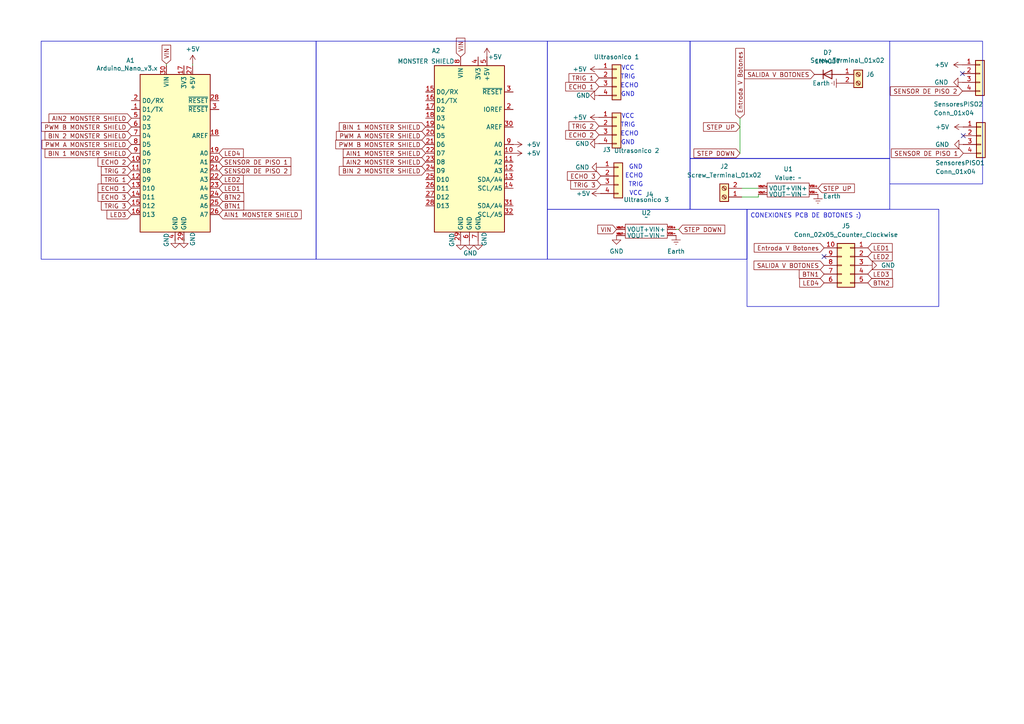
<source format=kicad_sch>
(kicad_sch (version 20231120) (generator "eeschema") (generator_version "8.0")
  (paper "A4")
  (lib_symbols
    (symbol "Conn_01x04_1" (pin_names (offset 1.016) hide)
      (property "Reference" "J" (at 0 5.08 0))
      (property "Value" "Conn_01x04" (at 0 -7.62 0))
      (symbol "Conn_01x04_1_1_1"
        (rectangle (start -1.27 -4.953) (end 0 -5.207) (stroke (width 0.1524)))
        (rectangle (start -1.27 -2.413) (end 0 -2.667) (stroke (width 0.1524)))
        (rectangle (start -1.27 0.127) (end 0 -0.127) (stroke (width 0.1524)))
        (rectangle (start -1.27 2.667) (end 0 2.413) (stroke (width 0.1524)))
        (rectangle (start -1.27 3.81) (end 1.27 -6.35) (stroke (width 0.254)) (fill (type background)))
        (pin passive line (at -5.08 2.54 0) (length 3.81) (name "Pin_1") (number "1"))
        (pin passive line (at -5.08 0 0) (length 3.81) (name "Pin_2") (number "2"))
        (pin passive line (at -5.08 -2.54 0) (length 3.81) (name "Pin_3") (number "3"))
        (pin passive line (at -5.08 -5.08 0) (length 3.81) (name "Pin_4") (number "4"))
      )
    )
    (symbol "Connector:Screw_Terminal_01x02" (pin_names (offset 1.016) hide)
      (property "Reference" "J" (at 0 2.54 0))
      (property "Value" "Screw_Terminal_01x02" (at 0 -5.08 0))
      (symbol "Screw_Terminal_01x02_1_1"
        (rectangle (start -1.27 1.27) (end 1.27 -3.81) (stroke (width 0.254)) (fill (type background)))
        (circle (center 0 -2.54) (radius 0.635) (stroke (width 0.1524)))
        (polyline (pts (xy -0.5334 -2.2098) (xy 0.3302 -3.048)) (stroke (width 0.1524)))
        (polyline (pts (xy -0.5334 0.3302) (xy 0.3302 -0.508)) (stroke (width 0.1524)))
        (polyline (pts (xy -0.3556 -2.032) (xy 0.508 -2.8702)) (stroke (width 0.1524)))
        (polyline (pts (xy -0.3556 0.508) (xy 0.508 -0.3302)) (stroke (width 0.1524)))
        (circle (center 0 0) (radius 0.635) (stroke (width 0.1524)))
        (pin passive line (at -5.08 0 0) (length 3.81) (name "Pin_1") (number "1"))
        (pin passive line (at -5.08 -2.54 0) (length 3.81) (name "Pin_2") (number "2"))
      )
    )
    (symbol "Connector_Generic:Conn_01x04" (pin_names (offset 1.016) hide)
      (property "Reference" "J1" (at -1.016 5.08 0))
      (property "Value" "Ultrasonico" (at -5.842 -7.62 0))
      (symbol "Conn_01x04_1_1"
        (rectangle (start -1.27 -4.953) (end 0 -5.207) (stroke (width 0.1524)))
        (rectangle (start -1.27 -2.413) (end 0 -2.667) (stroke (width 0.1524)))
        (rectangle (start -1.27 0.127) (end 0 -0.127) (stroke (width 0.1524)))
        (rectangle (start -1.27 2.667) (end 0 2.413) (stroke (width 0.1524)))
        (rectangle (start -1.27 3.81) (end 1.27 -6.35) (stroke (width 0.254)) (fill (type background)))
        (pin passive line (at -5.08 2.54 0) (length 3.81) (name "Pin_1") (number "1"))
        (pin passive line (at -5.08 0 0) (length 3.81) (name "Pin_2") (number "2"))
        (pin passive line (at -5.08 -2.54 0) (length 3.81) (name "Pin_3") (number "3"))
        (pin passive line (at -5.08 -5.08 0) (length 3.81) (name "Pin_4") (number "4"))
      )
    )
    (symbol "Connector_Generic:Conn_02x05_Counter_Clockwise" (pin_names (offset 1.016) hide)
      (property "Reference" "J" (at 1.27 7.62 0))
      (property "Value" "Conn_02x05_Counter_Clockwise" (at 1.27 -7.62 0))
      (symbol "Conn_02x05_Counter_Clockwise_1_1"
        (rectangle (start -1.27 -4.953) (end 0 -5.207) (stroke (width 0.1524)))
        (rectangle (start -1.27 -2.413) (end 0 -2.667) (stroke (width 0.1524)))
        (rectangle (start -1.27 0.127) (end 0 -0.127) (stroke (width 0.1524)))
        (rectangle (start -1.27 2.667) (end 0 2.413) (stroke (width 0.1524)))
        (rectangle (start -1.27 5.207) (end 0 4.953) (stroke (width 0.1524)))
        (rectangle (start -1.27 6.35) (end 3.81 -6.35) (stroke (width 0.254)) (fill (type background)))
        (rectangle (start 3.81 -4.953) (end 2.54 -5.207) (stroke (width 0.1524)))
        (rectangle (start 3.81 -2.413) (end 2.54 -2.667) (stroke (width 0.1524)))
        (rectangle (start 3.81 0.127) (end 2.54 -0.127) (stroke (width 0.1524)))
        (rectangle (start 3.81 2.667) (end 2.54 2.413) (stroke (width 0.1524)))
        (rectangle (start 3.81 5.207) (end 2.54 4.953) (stroke (width 0.1524)))
        (pin passive line (at -5.08 5.08 0) (length 3.81) (name "Pin_1") (number "1"))
        (pin passive line (at 7.62 5.08 180) (length 3.81) (name "Pin_10") (number "10"))
        (pin passive line (at -5.08 2.54 0) (length 3.81) (name "Pin_2") (number "2"))
        (pin passive line (at -5.08 0 0) (length 3.81) (name "Pin_3") (number "3"))
        (pin passive line (at -5.08 -2.54 0) (length 3.81) (name "Pin_4") (number "4"))
        (pin passive line (at -5.08 -5.08 0) (length 3.81) (name "Pin_5") (number "5"))
        (pin passive line (at 7.62 -5.08 180) (length 3.81) (name "Pin_6") (number "6"))
        (pin passive line (at 7.62 -2.54 180) (length 3.81) (name "Pin_7") (number "7"))
        (pin passive line (at 7.62 0 180) (length 3.81) (name "Pin_8") (number "8"))
        (pin passive line (at 7.62 2.54 180) (length 3.81) (name "Pin_9") (number "9"))
      )
    )
    (symbol "Diode:1N4007" (pin_numbers hide) (pin_names hide)
      (property "Reference" "D" (at 0 2.54 0))
      (property "Value" "1N4007" (at 0 -2.54 0))
      (symbol "1N4007_0_1"
        (polyline (pts (xy -1.27 1.27) (xy -1.27 -1.27)) (stroke (width 0.254)))
        (polyline (pts (xy 1.27 0) (xy -1.27 0)))
        (polyline (pts (xy 1.27 1.27) (xy 1.27 -1.27) (xy -1.27 0) (xy 1.27 1.27)) (stroke (width 0.254)))
      )
      (symbol "1N4007_1_1"
        (pin passive line (at -3.81 0 0) (length 2.54) (name "K") (number "1"))
        (pin passive line (at 3.81 0 180) (length 2.54) (name "A") (number "2"))
      )
    )
    (symbol "MCU_Module:Arduino_Nano_v3.x"
      (property "Reference" "A" (at -10.16 23.495 0))
      (property "Value" "Arduino_Nano_v3.x" (at 5.08 -24.13 0))
      (symbol "Arduino_Nano_v3.x_0_1"
        (rectangle (start -10.16 22.86) (end 10.16 -22.86) (stroke (width 0.254)) (fill (type background)))
      )
      (symbol "Arduino_Nano_v3.x_1_1"
        (pin bidirectional line (at -12.7 12.7 0) (length 2.54) (name "D1/TX") (number "1"))
        (pin bidirectional line (at -12.7 -2.54 0) (length 2.54) (name "D7") (number "10"))
        (pin bidirectional line (at -12.7 -5.08 0) (length 2.54) (name "D8") (number "11"))
        (pin bidirectional line (at -12.7 -7.62 0) (length 2.54) (name "D9") (number "12"))
        (pin bidirectional line (at -12.7 -10.16 0) (length 2.54) (name "D10") (number "13"))
        (pin bidirectional line (at -12.7 -12.7 0) (length 2.54) (name "D11") (number "14"))
        (pin bidirectional line (at -12.7 -15.24 0) (length 2.54) (name "D12") (number "15"))
        (pin bidirectional line (at -12.7 -17.78 0) (length 2.54) (name "D13") (number "16"))
        (pin power_out line (at 2.54 25.4 270) (length 2.54) (name "3V3") (number "17"))
        (pin input line (at 12.7 5.08 180) (length 2.54) (name "AREF") (number "18"))
        (pin bidirectional line (at 12.7 0 180) (length 2.54) (name "A0") (number "19"))
        (pin bidirectional line (at -12.7 15.24 0) (length 2.54) (name "D0/RX") (number "2"))
        (pin bidirectional line (at 12.7 -2.54 180) (length 2.54) (name "A1") (number "20"))
        (pin bidirectional line (at 12.7 -5.08 180) (length 2.54) (name "A2") (number "21"))
        (pin bidirectional line (at 12.7 -7.62 180) (length 2.54) (name "A3") (number "22"))
        (pin bidirectional line (at 12.7 -10.16 180) (length 2.54) (name "A4") (number "23"))
        (pin bidirectional line (at 12.7 -12.7 180) (length 2.54) (name "A5") (number "24"))
        (pin bidirectional line (at 12.7 -15.24 180) (length 2.54) (name "A6") (number "25"))
        (pin bidirectional line (at 12.7 -17.78 180) (length 2.54) (name "A7") (number "26"))
        (pin power_out line (at 5.08 25.4 270) (length 2.54) (name "+5V") (number "27"))
        (pin input line (at 12.7 15.24 180) (length 2.54) (name "~{RESET}") (number "28"))
        (pin power_in line (at 2.54 -25.4 90) (length 2.54) (name "GND") (number "29"))
        (pin input line (at 12.7 12.7 180) (length 2.54) (name "~{RESET}") (number "3"))
        (pin power_in line (at -2.54 25.4 270) (length 2.54) (name "VIN") (number "30"))
        (pin power_in line (at 0 -25.4 90) (length 2.54) (name "GND") (number "4"))
        (pin bidirectional line (at -12.7 10.16 0) (length 2.54) (name "D2") (number "5"))
        (pin bidirectional line (at -12.7 7.62 0) (length 2.54) (name "D3") (number "6"))
        (pin bidirectional line (at -12.7 5.08 0) (length 2.54) (name "D4") (number "7"))
        (pin bidirectional line (at -12.7 2.54 0) (length 2.54) (name "D5") (number "8"))
        (pin bidirectional line (at -12.7 0 0) (length 2.54) (name "D6") (number "9"))
      )
    )
    (symbol "MCU_Module:Arduino_UNO_R3"
      (property "Reference" "A" (at -10.16 23.495 0))
      (property "Value" "Arduino_UNO_R3" (at 5.08 -26.67 0))
      (symbol "Arduino_UNO_R3_0_1"
        (rectangle (start -10.16 22.86) (end 10.16 -25.4) (stroke (width 0.254)) (fill (type background)))
      )
      (symbol "Arduino_UNO_R3_1_1"
        (pin no_connect line (at -10.16 -20.32 0) (length 2.54) hide (name "NC") (number "1"))
        (pin bidirectional line (at 12.7 -2.54 180) (length 2.54) (name "A1") (number "10"))
        (pin bidirectional line (at 12.7 -5.08 180) (length 2.54) (name "A2") (number "11"))
        (pin bidirectional line (at 12.7 -7.62 180) (length 2.54) (name "A3") (number "12"))
        (pin bidirectional line (at 12.7 -10.16 180) (length 2.54) (name "SDA/A4") (number "13"))
        (pin bidirectional line (at 12.7 -12.7 180) (length 2.54) (name "SCL/A5") (number "14"))
        (pin bidirectional line (at -12.7 15.24 0) (length 2.54) (name "D0/RX") (number "15"))
        (pin bidirectional line (at -12.7 12.7 0) (length 2.54) (name "D1/TX") (number "16"))
        (pin bidirectional line (at -12.7 10.16 0) (length 2.54) (name "D2") (number "17"))
        (pin bidirectional line (at -12.7 7.62 0) (length 2.54) (name "D3") (number "18"))
        (pin bidirectional line (at -12.7 5.08 0) (length 2.54) (name "D4") (number "19"))
        (pin output line (at 12.7 10.16 180) (length 2.54) (name "IOREF") (number "2"))
        (pin bidirectional line (at -12.7 2.54 0) (length 2.54) (name "D5") (number "20"))
        (pin bidirectional line (at -12.7 0 0) (length 2.54) (name "D6") (number "21"))
        (pin bidirectional line (at -12.7 -2.54 0) (length 2.54) (name "D7") (number "22"))
        (pin bidirectional line (at -12.7 -5.08 0) (length 2.54) (name "D8") (number "23"))
        (pin bidirectional line (at -12.7 -7.62 0) (length 2.54) (name "D9") (number "24"))
        (pin bidirectional line (at -12.7 -10.16 0) (length 2.54) (name "D10") (number "25"))
        (pin bidirectional line (at -12.7 -12.7 0) (length 2.54) (name "D11") (number "26"))
        (pin bidirectional line (at -12.7 -15.24 0) (length 2.54) (name "D12") (number "27"))
        (pin bidirectional line (at -12.7 -17.78 0) (length 2.54) (name "D13") (number "28"))
        (pin power_in line (at -2.54 -27.94 90) (length 2.54) (name "GND") (number "29"))
        (pin input line (at 12.7 15.24 180) (length 2.54) (name "~{RESET}") (number "3"))
        (pin input line (at 12.7 5.08 180) (length 2.54) (name "AREF") (number "30"))
        (pin bidirectional line (at 12.7 -17.78 180) (length 2.54) (name "SDA/A4") (number "31"))
        (pin bidirectional line (at 12.7 -20.32 180) (length 2.54) (name "SCL/A5") (number "32"))
        (pin power_out line (at 2.54 25.4 270) (length 2.54) (name "3V3") (number "4"))
        (pin power_out line (at 5.08 25.4 270) (length 2.54) (name "+5V") (number "5"))
        (pin power_in line (at 0 -27.94 90) (length 2.54) (name "GND") (number "6"))
        (pin power_in line (at 2.54 -27.94 90) (length 2.54) (name "GND") (number "7"))
        (pin power_in line (at -2.54 25.4 270) (length 2.54) (name "VIN") (number "8"))
        (pin bidirectional line (at 12.7 0 180) (length 2.54) (name "A0") (number "9"))
      )
    )
    (symbol "Mt3608:LM2596"
      (property "Reference" "U" (at 0 3.81 0))
      (symbol "LM2596_0_1"
        (rectangle (start -6.096 2.794) (end 6.096 -1.27))
      )
      (symbol "LM2596_1_1"
        (pin input line (at 8.636 1.27 180) (length 2.54) (name "VIN+") (number "VIN+"))
        (pin input line (at 8.636 -0.508 180) (length 2.54) (name "VIN-") (number "VIN-"))
        (pin input line (at -8.636 1.27 0) (length 2.54) (name "VOUT+") (number "VOUT+"))
        (pin input line (at -8.636 -0.508 0) (length 2.54) (name "VOUT-") (number "VOUT-"))
      )
    )
    (symbol "Mt3608:mt3608"
      (property "Reference" "U" (at 0 0 0))
      (symbol "mt3608_0_1"
        (rectangle (start -5.08 -1.016) (end 7.112 -5.08))
      )
      (symbol "mt3608_1_1"
        (pin input line (at 9.652 -2.54 180) (length 2.54) (name "VIN+") (number "VIN+"))
        (pin input line (at 9.652 -4.318 180) (length 2.54) (name "VIN-") (number "VIN-"))
        (pin input line (at -7.62 -2.54 0) (length 2.54) (name "VOUT+") (number "VOUT+"))
        (pin input line (at -7.62 -4.318 0) (length 2.54) (name "VOUT-") (number "VOUT-"))
      )
    )
    (symbol "power:+5V" (power) (pin_numbers hide) (pin_names (offset 0) hide)
      (property "Value" "+5V" (at 0 3.556 0))
      (symbol "+5V_0_1"
        (polyline (pts (xy -0.762 1.27) (xy 0 2.54)))
        (polyline (pts (xy 0 0) (xy 0 2.54)))
        (polyline (pts (xy 0 2.54) (xy 0.762 1.27)))
      )
      (symbol "+5V_1_1"
        (pin power_in line (at 0 0 90) (length 0) (name "~") (number "1"))
      )
    )
    (symbol "power:Earth" (power) (pin_numbers hide) (pin_names (offset 0) hide)
      (property "Value" "Earth" (at 0 -3.81 0))
      (symbol "Earth_0_1"
        (polyline (pts (xy -0.635 -1.905) (xy 0.635 -1.905)))
        (polyline (pts (xy -0.127 -2.54) (xy 0.127 -2.54)))
        (polyline (pts (xy 0 -1.27) (xy 0 0)))
        (polyline (pts (xy 1.27 -1.27) (xy -1.27 -1.27)))
      )
      (symbol "Earth_1_1"
        (pin power_in line (at 0 0 270) (length 0) (name "~") (number "1"))
      )
    )
    (symbol "power:GND" (power) (pin_numbers hide) (pin_names (offset 0) hide)
      (property "Value" "GND" (at 0 -3.81 0))
      (symbol "GND_0_1"
        (polyline (pts (xy 0 0) (xy 0 -1.27) (xy 1.27 -1.27) (xy 0 -2.54) (xy -1.27 -1.27) (xy 0 -1.27)))
      )
      (symbol "GND_1_1"
        (pin power_in line (at 0 0 270) (length 0) (name "~") (number "1"))
      )
    )
  )
  (no_connect (at 239.014 74.422))
  (no_connect (at 279.146 21.336))
  (no_connect (at 279.4 39.37))
  (wire (pts (xy 219.964 56.388) (xy 219.964 57.15)))
  (wire (pts (xy 50.8 69.85) (xy 50.8 69.342)))
  (wire (pts (xy 196.85 66.548) (xy 196.088 66.548)))
  (wire (pts (xy 219.964 57.15) (xy 215.138 57.15)))
  (wire (pts (xy 55.88 19.05) (xy 55.88 18.542)))
  (wire (pts (xy 214.63 34.29) (xy 214.63 44.45)))
  (wire (pts (xy 53.34 69.85) (xy 53.34 69.342)))
  (wire (pts (xy 215.138 54.61) (xy 219.964 54.61)))
  (wire (pts (xy 48.26 19.05) (xy 48.26 18.542)))
  (rectangle (start 200.152 45.974) (end 258.064 60.706))
  (rectangle (start 11.938 11.938) (end 91.694 75.184))
  (rectangle (start 91.694 11.938) (end 158.75 75.184))
  (rectangle (start 200.152 11.938) (end 258.064 45.974))
  (rectangle (start 158.75 60.706) (end 216.662 75.184))
  (rectangle (start 258.064 11.938) (end 284.988 53.34))
  (rectangle (start 158.75 11.938) (end 200.152 60.706))
  (text_box "CONEXIONES PCB DE BOTONES :)" (at 216.662 60.706 0) (size 55.626 28.194) (effects (font (size 1.27 1.27)) (justify left top)))
  (text "ECHO" (at 183.896 51.054 0) (effects (font (size 1.27 1.27))))
  (text "TRIG" (at 182.118 22.352 0) (effects (font (size 1.27 1.27))))
  (text "GND" (at 184.404 48.514 0) (effects (font (size 1.27 1.27))))
  (text "VCC\n" (at 182.118 19.812 0) (effects (font (size 1.27 1.27))))
  (text "VCC\n" (at 184.404 56.134 0) (effects (font (size 1.27 1.27))))
  (text "TRIG" (at 182.118 36.322 0) (effects (font (size 1.27 1.27))))
  (text "ECHO" (at 182.626 38.862 0) (effects (font (size 1.27 1.27))))
  (text "TRIG" (at 184.404 53.594 0) (effects (font (size 1.27 1.27))))
  (text "ECHO" (at 182.626 24.892 0) (effects (font (size 1.27 1.27))))
  (text "GND" (at 182.118 27.432 0) (effects (font (size 1.27 1.27))))
  (text "VCC\n" (at 182.118 33.782 0) (effects (font (size 1.27 1.27))))
  (text "GND" (at 182.118 41.402 0) (effects (font (size 1.27 1.27))))
  (global_label "TRIG 3" (shape input) (at 174.244 53.594 180) (property "Intersheetrefs" "${INTERSHEET_REFS}" (effects (hide yes))))
  (global_label "LED4" (shape input) (at 63.5 44.45 0) (property "Intersheetrefs" "${INTERSHEET_REFS}" (effects (hide yes))))
  (global_label "SENSOR DE PISO 1" (shape input) (at 63.5 46.99 0) (property "Intersheetrefs" "${INTERSHEET_REFS}" (effects (hide yes))))
  (global_label "Entroda V Botones" (shape input) (at 214.63 34.29 90) (property "Intersheetrefs" "${INTERSHEET_REFS}" (effects (hide yes))))
  (global_label "TRIG 3" (shape input) (at 38.1 59.69 180) (property "Intersheetrefs" "${INTERSHEET_REFS}" (effects (hide yes))))
  (global_label "ECHO 1" (shape input) (at 173.736 25.146 180) (property "Intersheetrefs" "${INTERSHEET_REFS}" (effects (hide yes))))
  (global_label "BIN 1 MONSTER SHIELD" (shape input) (at 123.444 36.83 180) (property "Intersheetrefs" "${INTERSHEET_REFS}" (effects (hide yes))))
  (global_label "BIN 2 MONSTER SHIELD" (shape input) (at 38.1 39.37 180) (property "Intersheetrefs" "${INTERSHEET_REFS}" (effects (hide yes))))
  (global_label "ECHO 2" (shape input) (at 38.1 46.99 180) (property "Intersheetrefs" "${INTERSHEET_REFS}" (effects (hide yes))))
  (global_label "SENSOR DE PISO 2" (shape input) (at 63.5 49.53 0) (property "Intersheetrefs" "${INTERSHEET_REFS}" (effects (hide yes))))
  (global_label "LED2" (shape input) (at 63.5 52.07 0) (property "Intersheetrefs" "${INTERSHEET_REFS}" (effects (hide yes))))
  (global_label "VIN" (shape input) (at 48.26 18.542 90) (property "Intersheetrefs" "${INTERSHEET_REFS}" (effects (hide yes))))
  (global_label "STEP DOWN" (shape input) (at 214.63 44.45 180) (property "Intersheetrefs" "${INTERSHEET_REFS}" (effects (hide yes))))
  (global_label "Entroda V Botones" (shape input) (at 239.014 71.882 180) (property "Intersheetrefs" "${INTERSHEET_REFS}" (effects (hide yes))))
  (global_label "SENSOR DE PISO 1" (shape input) (at 279.4 44.45 180) (property "Intersheetrefs" "${INTERSHEET_REFS}" (effects (hide yes))))
  (global_label "VIN" (shape input) (at 178.816 66.548 180) (property "Intersheetrefs" "${INTERSHEET_REFS}" (effects (hide yes))))
  (global_label "PWM B MONSTER SHIELD" (shape input) (at 38.1 36.83 180) (property "Intersheetrefs" "${INTERSHEET_REFS}" (effects (hide yes))))
  (global_label "BTN2" (shape input) (at 251.714 82.042 0) (property "Intersheetrefs" "${INTERSHEET_REFS}" (effects (hide yes))))
  (global_label "PWM A MONSTER SHIELD" (shape input) (at 123.444 39.37 180) (property "Intersheetrefs" "${INTERSHEET_REFS}" (effects (hide yes))))
  (global_label "ECHO 3" (shape input) (at 174.244 51.054 180) (property "Intersheetrefs" "${INTERSHEET_REFS}" (effects (hide yes))))
  (global_label "LED4" (shape input) (at 239.014 82.042 180) (property "Intersheetrefs" "${INTERSHEET_REFS}" (effects (hide yes))))
  (global_label "SENSOR DE PISO 2" (shape input) (at 279.146 26.416 180) (property "Intersheetrefs" "${INTERSHEET_REFS}" (effects (hide yes))))
  (global_label "SALIDA V BOTONES" (shape input) (at 239.014 76.962 180) (property "Intersheetrefs" "${INTERSHEET_REFS}" (effects (hide yes))))
  (global_label "TRIG 1" (shape input) (at 173.736 22.606 180) (property "Intersheetrefs" "${INTERSHEET_REFS}" (effects (hide yes))))
  (global_label "ECHO 1" (shape input) (at 38.1 54.61 180) (property "Intersheetrefs" "${INTERSHEET_REFS}" (effects (hide yes))))
  (global_label "LED2" (shape input) (at 251.714 74.422 0) (property "Intersheetrefs" "${INTERSHEET_REFS}" (effects (hide yes))))
  (global_label "LED1" (shape input) (at 251.714 71.882 0) (property "Intersheetrefs" "${INTERSHEET_REFS}" (effects (hide yes))))
  (global_label "LED3" (shape input) (at 38.1 62.23 180) (property "Intersheetrefs" "${INTERSHEET_REFS}" (effects (hide yes))))
  (global_label "ECHO 2" (shape input) (at 173.736 39.116 180) (property "Intersheetrefs" "${INTERSHEET_REFS}" (effects (hide yes))))
  (global_label "STEP UP" (shape input) (at 214.63 36.83 180) (property "Intersheetrefs" "${INTERSHEET_REFS}" (effects (hide yes))))
  (global_label "LED3" (shape input) (at 251.714 79.502 0) (property "Intersheetrefs" "${INTERSHEET_REFS}" (effects (hide yes))))
  (global_label "TRIG 2" (shape input) (at 38.1 49.53 180) (property "Intersheetrefs" "${INTERSHEET_REFS}" (effects (hide yes))))
  (global_label "PWM B MONSTER SHIELD" (shape input) (at 123.444 41.91 180) (property "Intersheetrefs" "${INTERSHEET_REFS}" (effects (hide yes))))
  (global_label "TRIG 1" (shape input) (at 38.1 52.07 180) (property "Intersheetrefs" "${INTERSHEET_REFS}" (effects (hide yes))))
  (global_label "BTN2" (shape input) (at 63.5 57.15 0) (property "Intersheetrefs" "${INTERSHEET_REFS}" (effects (hide yes))))
  (global_label "TRIG 2" (shape input) (at 173.736 36.576 180) (property "Intersheetrefs" "${INTERSHEET_REFS}" (effects (hide yes))))
  (global_label "AIN1 MONSTER SHIELD" (shape input) (at 123.444 44.45 180) (property "Intersheetrefs" "${INTERSHEET_REFS}" (effects (hide yes))))
  (global_label "SALIDA V BOTONES" (shape input) (at 236.22 21.59 180) (property "Intersheetrefs" "${INTERSHEET_REFS}" (effects (hide yes))))
  (global_label "VIN" (shape input) (at 133.604 16.51 90) (property "Intersheetrefs" "${INTERSHEET_REFS}" (effects (hide yes))))
  (global_label "STEP DOWN" (shape input) (at 196.85 66.548 0) (property "Intersheetrefs" "${INTERSHEET_REFS}" (effects (hide yes))))
  (global_label "STEP UP" (shape input) (at 237.236 54.61 0) (property "Intersheetrefs" "${INTERSHEET_REFS}" (effects (hide yes))))
  (global_label "BTN1" (shape input) (at 63.5 59.69 0) (property "Intersheetrefs" "${INTERSHEET_REFS}" (effects (hide yes))))
  (global_label "BIN 1 MONSTER SHIELD" (shape input) (at 38.1 44.45 180) (property "Intersheetrefs" "${INTERSHEET_REFS}" (effects (hide yes))))
  (global_label "PWM A MONSTER SHIELD" (shape input) (at 38.1 41.91 180) (property "Intersheetrefs" "${INTERSHEET_REFS}" (effects (hide yes))))
  (global_label "BTN1" (shape input) (at 239.014 79.502 180) (property "Intersheetrefs" "${INTERSHEET_REFS}" (effects (hide yes))))
  (global_label "AIN1 MONSTER SHIELD" (shape input) (at 63.5 62.23 0) (property "Intersheetrefs" "${INTERSHEET_REFS}" (effects (hide yes))))
  (global_label "AIN2 MONSTER SHIELD" (shape input) (at 123.444 46.99 180) (property "Intersheetrefs" "${INTERSHEET_REFS}" (effects (hide yes))))
  (global_label "BIN 2 MONSTER SHIELD" (shape input) (at 123.444 49.53 180) (property "Intersheetrefs" "${INTERSHEET_REFS}" (effects (hide yes))))
  (global_label "ECHO 3" (shape input) (at 38.1 57.15 180) (property "Intersheetrefs" "${INTERSHEET_REFS}" (effects (hide yes))))
  (global_label "LED1" (shape input) (at 63.5 54.61 0) (property "Intersheetrefs" "${INTERSHEET_REFS}" (effects (hide yes))))
  (global_label "AIN2 MONSTER SHIELD" (shape input) (at 38.1 34.29 180) (property "Intersheetrefs" "${INTERSHEET_REFS}" (effects (hide yes))))
  (symbol (lib_id "Connector_Generic:Conn_01x04") (at 178.816 22.606 0) (unit 1)
    (property "Reference" "J1" (at 63.5 -10.16 0))
    (property "Value" "Ultrasonico 1" (at 178.816 16.51 0))
    (property "Footprint" "Connector_PinHeader_2.54mm:PinHeader_1x04_P2.54mm_Vertical" (effects (hide yes)))
    (property "Description" "Generic connector, single row, 01x04, script generated (kicad-library-utils/schlib/autogen/connector/)" (effects (hide yes)))
  )
  (symbol (lib_id "power:GND") (at 251.714 76.962 90) (unit 1)
    (property "Reference" "#PWR01" (effects (hide yes)))
    (property "Value" "GND" (at 255.524 76.9619 90) (effects (justify right)))
    (property "Description" "Power symbol creates a global label with name \"GND\" , ground" (effects (hide yes)))
  )
  (symbol (lib_id "power:Earth") (at 243.84 24.13 270) (unit 1)
    (property "Reference" "#PWR02" (effects (hide yes)))
    (property "Value" "Earth" (at 240.792 24.13 90) (effects (justify right)))
    (property "Description" "Power symbol creates a global label with name \"Earth\"" (effects (hide yes)))
  )
  (symbol (lib_id "power:+5V") (at 55.88 18.542 0) (unit 1)
    (property "Reference" "#PWR05" (effects (hide yes)))
    (property "Value" "+5V" (at 55.88 14.224 0))
    (property "Description" "Power symbol creates a global label with name \"+5V\"" (effects (hide yes)))
  )
  (symbol (lib_id "power:GND") (at 279.146 23.876 270) (unit 1)
    (property "Reference" "#PWR028" (effects (hide yes)))
    (property "Value" "GND" (at 275.082 23.8759 90) (effects (justify right)))
    (property "Description" "Power symbol creates a global label with name \"GND\" , ground" (effects (hide yes)))
  )
  (symbol (lib_id "Diode:1N4007") (at 240.03 21.59 0) (unit 1)
    (property "Reference" "D?" (at 240.03 15.24 0))
    (property "Value" "1N4007" (at 240.03 17.78 0))
    (property "Footprint" "Diode_THT:D_DO-41_SOD81_P10.16mm_Horizontal" (effects (hide yes)))
    (property "Datasheet" "http://www.vishay.com/docs/88503/1n4001.pdf" (effects (hide yes)))
    (property "Description" "1000V 1A General Purpose Rectifier Diode, DO-41" (effects (hide yes)))
    (property "Sim.Device" "D" (effects (hide yes)))
    (property "Sim.Pins" "1=K 2=A" (effects (hide yes)))
  )
  (symbol (lib_id "power:+5V") (at 148.844 41.91 270) (unit 1)
    (property "Reference" "#PWR019" (effects (hide yes)))
    (property "Value" "+5V" (at 152.654 41.9099 90) (effects (justify left)))
    (property "Description" "Power symbol creates a global label with name \"+5V\"" (effects (hide yes)))
  )
  (symbol (lib_id "Connector_Generic:Conn_02x05_Counter_Clockwise") (at 246.634 76.962 0) (mirror y) (unit 1)
    (property "Reference" "J5" (at 245.364 65.532 0))
    (property "Value" "Conn_02x05_Counter_Clockwise" (at 245.364 68.072 0))
    (property "Footprint" "Connector_IDC:IDC-Header_2x05_P2.54mm_Vertical" (effects (hide yes)))
    (property "Description" "Generic connector, double row, 02x05, counter clockwise pin numbering scheme (similar to DIP package numbering), script generated (kicad-library-utils/schlib/autogen/connector/)" (effects (hide yes)))
  )
  (symbol (lib_id "power:GND") (at 173.736 41.656 270) (unit 1)
    (property "Reference" "#PWR013" (effects (hide yes)))
    (property "Value" "GND" (at 168.91 41.656 90))
    (property "Description" "Power symbol creates a global label with name \"GND\" , ground" (effects (hide yes)))
  )
  (symbol (lib_id "power:GND") (at 279.4 41.91 270) (unit 1)
    (property "Reference" "#PWR030" (effects (hide yes)))
    (property "Value" "GND" (at 275.336 41.9099 90) (effects (justify right)))
    (property "Description" "Power symbol creates a global label with name \"GND\" , ground" (effects (hide yes)))
  )
  (symbol (lib_id "power:GND") (at 133.604 69.85 0) (unit 1)
    (property "Reference" "#PWR07" (effects (hide yes)))
    (property "Value" "GND" (at 131.064 69.596 90))
    (property "Description" "Power symbol creates a global label with name \"GND\" , ground" (effects (hide yes)))
  )
  (symbol (lib_id "power:+5V") (at 173.736 20.066 90) (unit 1)
    (property "Reference" "#PWR016" (effects (hide yes)))
    (property "Value" "+5V" (at 170.18 20.0659 90) (effects (justify left)))
    (property "Description" "Power symbol creates a global label with name \"+5V\"" (effects (hide yes)))
  )
  (symbol (lib_id "power:+5V") (at 173.736 34.036 90) (unit 1)
    (property "Reference" "#PWR015" (effects (hide yes)))
    (property "Value" "+5V" (at 170.18 34.0359 90) (effects (justify left)))
    (property "Description" "Power symbol creates a global label with name \"+5V\"" (effects (hide yes)))
  )
  (symbol (lib_id "Mt3608:LM2596") (at 187.452 67.818 0) (unit 1)
    (property "Reference" "U2" (at 187.452 61.722 0))
    (property "Value" "~" (at 187.452 62.992 0))
    (property "Footprint" "Step Down:Step Down" (effects (hide yes)))
  )
  (symbol (lib_id "Connector_Generic:Conn_01x04") (at 178.816 36.576 0) (unit 1)
    (property "Reference" "J3" (at 174.752 43.434 0) (effects (justify left)))
    (property "Value" "Ultrasonico 2" (at 178.054 43.688 0) (effects (justify left)))
    (property "Footprint" "Connector_PinHeader_2.54mm:PinHeader_1x04_P2.54mm_Vertical" (effects (hide yes)))
    (property "Description" "Generic connector, single row, 01x04, script generated (kicad-library-utils/schlib/autogen/connector/)" (effects (hide yes)))
  )
  (symbol (lib_id "power:+5V") (at 174.244 56.134 90) (mirror x) (unit 1)
    (property "Reference" "#PWR010" (effects (hide yes)))
    (property "Value" "+5V" (at 171.196 56.134 90) (effects (justify left)))
    (property "Description" "Power symbol creates a global label with name \"+5V\"" (effects (hide yes)))
  )
  (symbol (lib_id "power:GND") (at 173.736 27.686 270) (unit 1)
    (property "Reference" "#PWR014" (effects (hide yes)))
    (property "Value" "GND" (at 169.164 27.686 90))
    (property "Description" "Power symbol creates a global label with name \"GND\" , ground" (effects (hide yes)))
  )
  (symbol (lib_id "power:GND") (at 174.244 48.514 270) (mirror x) (unit 1)
    (property "Reference" "#PWR012" (effects (hide yes)))
    (property "Value" "GND" (at 168.91 48.514 90))
    (property "Description" "Power symbol creates a global label with name \"GND\" , ground" (effects (hide yes)))
  )
  (symbol (lib_id "power:GND") (at 178.816 68.326 0) (unit 1)
    (property "Reference" "#PWR021" (effects (hide yes)))
    (property "Value" "GND" (at 178.816 72.898 0))
    (property "Description" "Power symbol creates a global label with name \"GND\" , ground" (effects (hide yes)))
  )
  (symbol (lib_id "Mt3608:mt3608") (at 227.584 52.07 0) (unit 1)
    (property "Reference" "U1" (at 228.6 49.022 0))
    (property "Value" "~" (at 228.6 51.562 0) (show_name yes))
    (property "Footprint" "misc_footprints:MT3608_module" (effects (hide yes)))
  )
  (symbol (lib_id "power:GND") (at 136.144 69.85 0) (unit 1)
    (property "Reference" "#PWR08" (effects (hide yes)))
    (property "Value" "GND" (at 136.398 73.406 0))
    (property "Description" "Power symbol creates a global label with name \"GND\" , ground" (effects (hide yes)))
  )
  (symbol (lib_id "Connector:Screw_Terminal_01x02") (at 248.92 21.59 0) (unit 1)
    (property "Reference" "J6" (at 251.206 21.5899 0) (effects (justify left)))
    (property "Value" "Screw_Terminal_01x02" (at 234.95 17.526 0) (effects (justify left)))
    (property "Footprint" "Connector_AMASS:AMASS_XT60-M_1x02_P7.20mm_Vertical" (effects (hide yes)))
    (property "Description" "Generic screw terminal, single row, 01x02, script generated (kicad-library-utils/schlib/autogen/connector/)" (effects (hide yes)))
  )
  (symbol (lib_id "power:GND") (at 53.34 69.342 0) (unit 1)
    (property "Reference" "#PWR04" (effects (hide yes)))
    (property "Value" "GND" (at 55.88 69.342 90))
    (property "Description" "Power symbol creates a global label with name \"GND\" , ground" (effects (hide yes)))
  )
  (symbol (lib_id "power:+5V") (at 279.146 18.796 90) (unit 1)
    (property "Reference" "#PWR027" (effects (hide yes)))
    (property "Value" "+5V" (at 275.082 18.7959 90) (effects (justify left)))
    (property "Description" "Power symbol creates a global label with name \"+5V\"" (effects (hide yes)))
  )
  (symbol (lib_id "power:GND") (at 50.8 69.342 0) (unit 1)
    (property "Reference" "#PWR03" (effects (hide yes)))
    (property "Value" "GND" (at 48.26 69.596 90))
    (property "Description" "Power symbol creates a global label with name \"GND\" , ground" (effects (hide yes)))
  )
  (symbol (lib_id "Connector:Screw_Terminal_01x02") (at 210.058 57.15 180) (unit 1)
    (property "Reference" "J2" (at 210.058 48.26 0))
    (property "Value" "Screw_Terminal_01x02" (at 210.058 50.8 0))
    (property "Footprint" "TerminalBlock:TerminalBlock_bornier-2_P5.08mm" (effects (hide yes)))
    (property "Description" "Generic screw terminal, single row, 01x02, script generated (kicad-library-utils/schlib/autogen/connector/)" (effects (hide yes)))
  )
  (symbol (lib_id "power:GND") (at 138.684 69.85 0) (unit 1)
    (property "Reference" "#PWR09" (effects (hide yes)))
    (property "Value" "GND" (at 140.462 69.342 90))
    (property "Description" "Power symbol creates a global label with name \"GND\" , ground" (effects (hide yes)))
  )
  (symbol (lib_id "Connector_Generic:Conn_01x04") (at 179.324 51.054 0) (unit 1)
    (property "Reference" "J4" (at 187.198 56.388 0) (effects (justify left)))
    (property "Value" "Ultrasonico 3" (at 180.848 57.912 0) (effects (justify left)))
    (property "Footprint" "Connector_PinHeader_2.54mm:PinHeader_1x04_P2.54mm_Vertical" (effects (hide yes)))
    (property "Description" "Generic connector, single row, 01x04, script generated (kicad-library-utils/schlib/autogen/connector/)" (effects (hide yes)))
  )
  (symbol (lib_name "Conn_01x04_1") (lib_id "Connector_Generic:Conn_01x04") (at 284.226 21.336 0) (unit 1)
    (property "Reference" "SensoresPISO2" (at 270.764 30.226 0) (effects (justify left)))
    (property "Value" "Conn_01x04" (at 270.764 32.766 0) (effects (justify left)))
    (property "Footprint" "Connector_PinSocket_2.54mm:PinSocket_1x04_P2.54mm_Vertical" (effects (hide yes)))
    (property "Description" "Generic connector, single row, 01x04, script generated (kicad-library-utils/schlib/autogen/connector/)" (effects (hide yes)))
  )
  (symbol (lib_id "MCU_Module:Arduino_Nano_v3.x") (at 50.8 44.45 0) (unit 1)
    (property "Reference" "A1" (at 36.576 17.526 0) (effects (justify left)))
    (property "Value" "Arduino_Nano_v3.x" (at 27.94 19.812 0) (effects (justify left)))
    (property "Footprint" "Module:Arduino_Nano" (effects (hide yes)))
    (property "Datasheet" "http://www.mouser.com/pdfdocs/Gravitech_Arduino_Nano3_0.pdf" (effects (hide yes)))
    (property "Description" "Arduino Nano v3.x" (effects (hide yes)))
  )
  (symbol (lib_id "power:+5V") (at 279.4 36.83 90) (unit 1)
    (property "Reference" "#PWR029" (effects (hide yes)))
    (property "Value" "+5V" (at 275.336 36.8299 90) (effects (justify left)))
    (property "Description" "Power symbol creates a global label with name \"+5V\"" (effects (hide yes)))
  )
  (symbol (lib_name "Conn_01x04_1") (lib_id "Connector_Generic:Conn_01x04") (at 284.48 39.37 0) (unit 1)
    (property "Reference" "SensoresPISO1" (at 271.272 47.244 0) (effects (justify left)))
    (property "Value" "Conn_01x04" (at 271.272 49.784 0) (effects (justify left)))
    (property "Footprint" "Connector_PinSocket_2.54mm:PinSocket_1x04_P2.54mm_Vertical" (effects (hide yes)))
    (property "Description" "Generic connector, single row, 01x04, script generated (kicad-library-utils/schlib/autogen/connector/)" (effects (hide yes)))
  )
  (symbol (lib_id "MCU_Module:Arduino_UNO_R3") (at 136.144 41.91 0) (unit 1)
    (property "Reference" "A2" (at 125.222 14.732 0) (effects (justify left)))
    (property "Value" "MONSTER SHIELD" (at 115.316 17.78 0) (effects (justify left)))
    (property "Footprint" "Module:Arduino_UNO_R3" (effects (hide yes)))
    (property "Datasheet" "https://www.arduino.cc/en/Main/arduinoBoardUno" (effects (hide yes)))
    (property "Description" "Arduino UNO Microcontroller Module, release 3" (effects (hide yes)))
  )
  (symbol (lib_id "power:Earth") (at 237.236 56.388 0) (unit 1)
    (property "Reference" "#PWR020" (effects (hide yes)))
    (property "Value" "Earth" (at 241.3 56.896 0))
    (property "Description" "Power symbol creates a global label with name \"Earth\"" (effects (hide yes)))
  )
  (symbol (lib_id "power:+5V") (at 148.844 44.45 270) (unit 1)
    (property "Reference" "#PWR018" (effects (hide yes)))
    (property "Value" "+5V" (at 152.654 44.4499 90) (effects (justify left)))
    (property "Description" "Power symbol creates a global label with name \"+5V\"" (effects (hide yes)))
  )
  (symbol (lib_id "power:Earth") (at 196.088 68.326 0) (unit 1)
    (property "Reference" "#PWR022" (effects (hide yes)))
    (property "Value" "Earth" (at 196.088 72.898 0))
    (property "Description" "Power symbol creates a global label with name \"Earth\"" (effects (hide yes)))
  )
  (symbol (lib_id "power:+5V") (at 141.224 16.51 0) (unit 1)
    (property "Reference" "#PWR06" (effects (hide yes)))
    (property "Value" "+5V" (at 143.51 16.51 0))
    (property "Description" "Power symbol creates a global label with name \"+5V\"" (effects (hide yes)))
  )
)
</source>
